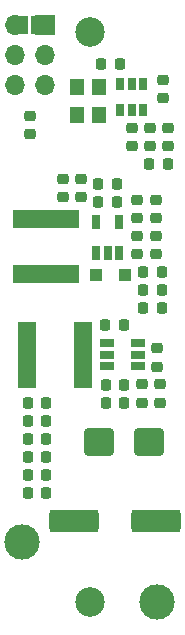
<source format=gbr>
%TF.GenerationSoftware,KiCad,Pcbnew,7.0.6*%
%TF.CreationDate,2023-11-17T09:16:20+01:00*%
%TF.ProjectId,dc_64d,64635f36-3464-42e6-9b69-6361645f7063,0.1*%
%TF.SameCoordinates,Original*%
%TF.FileFunction,Soldermask,Top*%
%TF.FilePolarity,Negative*%
%FSLAX46Y46*%
G04 Gerber Fmt 4.6, Leading zero omitted, Abs format (unit mm)*
G04 Created by KiCad (PCBNEW 7.0.6) date 2023-11-17 09:16:20*
%MOMM*%
%LPD*%
G01*
G04 APERTURE LIST*
G04 Aperture macros list*
%AMRoundRect*
0 Rectangle with rounded corners*
0 $1 Rounding radius*
0 $2 $3 $4 $5 $6 $7 $8 $9 X,Y pos of 4 corners*
0 Add a 4 corners polygon primitive as box body*
4,1,4,$2,$3,$4,$5,$6,$7,$8,$9,$2,$3,0*
0 Add four circle primitives for the rounded corners*
1,1,$1+$1,$2,$3*
1,1,$1+$1,$4,$5*
1,1,$1+$1,$6,$7*
1,1,$1+$1,$8,$9*
0 Add four rect primitives between the rounded corners*
20,1,$1+$1,$2,$3,$4,$5,0*
20,1,$1+$1,$4,$5,$6,$7,0*
20,1,$1+$1,$6,$7,$8,$9,0*
20,1,$1+$1,$8,$9,$2,$3,0*%
%AMFreePoly0*
4,1,19,0.500000,-0.750000,0.000000,-0.750000,0.000000,-0.744911,-0.071157,-0.744911,-0.207708,-0.704816,-0.327430,-0.627875,-0.420627,-0.520320,-0.479746,-0.390866,-0.500000,-0.250000,-0.500000,0.250000,-0.479746,0.390866,-0.420627,0.520320,-0.327430,0.627875,-0.207708,0.704816,-0.071157,0.744911,0.000000,0.744911,0.000000,0.750000,0.500000,0.750000,0.500000,-0.750000,0.500000,-0.750000,
$1*%
%AMFreePoly1*
4,1,19,0.000000,0.744911,0.071157,0.744911,0.207708,0.704816,0.327430,0.627875,0.420627,0.520320,0.479746,0.390866,0.500000,0.250000,0.500000,-0.250000,0.479746,-0.390866,0.420627,-0.520320,0.327430,-0.627875,0.207708,-0.704816,0.071157,-0.744911,0.000000,-0.744911,0.000000,-0.750000,-0.500000,-0.750000,-0.500000,0.750000,0.000000,0.750000,0.000000,0.744911,0.000000,0.744911,
$1*%
G04 Aperture macros list end*
%ADD10RoundRect,0.218750X-0.218750X-0.256250X0.218750X-0.256250X0.218750X0.256250X-0.218750X0.256250X0*%
%ADD11RoundRect,0.218750X0.256250X-0.218750X0.256250X0.218750X-0.256250X0.218750X-0.256250X-0.218750X0*%
%ADD12FreePoly0,180.000000*%
%ADD13FreePoly1,180.000000*%
%ADD14R,1.220000X0.650000*%
%ADD15RoundRect,0.218750X0.218750X0.256250X-0.218750X0.256250X-0.218750X-0.256250X0.218750X-0.256250X0*%
%ADD16RoundRect,0.250000X-1.825000X-0.700000X1.825000X-0.700000X1.825000X0.700000X-1.825000X0.700000X0*%
%ADD17RoundRect,0.218750X-0.256250X0.218750X-0.256250X-0.218750X0.256250X-0.218750X0.256250X0.218750X0*%
%ADD18R,1.600000X5.700000*%
%ADD19R,1.000000X1.000000*%
%ADD20R,5.700000X1.600000*%
%ADD21C,3.000000*%
%ADD22RoundRect,0.250000X-1.000000X-0.900000X1.000000X-0.900000X1.000000X0.900000X-1.000000X0.900000X0*%
%ADD23R,1.200000X1.400000*%
%ADD24R,0.650000X1.220000*%
%ADD25C,2.500000*%
%ADD26R,0.650000X1.060000*%
%ADD27R,1.700000X1.700000*%
%ADD28O,1.700000X1.700000*%
G04 APERTURE END LIST*
D10*
X106121000Y-65405000D03*
X107696000Y-65405000D03*
D11*
X110998000Y-41173500D03*
X110998000Y-39598500D03*
D12*
X100345000Y-34945000D03*
D13*
X99045000Y-34945000D03*
D10*
X99542500Y-66929000D03*
X101117500Y-66929000D03*
D14*
X106227000Y-61915000D03*
X106227000Y-62865000D03*
X106227000Y-63815000D03*
X108847000Y-63815000D03*
X108847000Y-62865000D03*
X108847000Y-61915000D03*
D11*
X109194500Y-66954500D03*
X109194500Y-65379500D03*
D10*
X109321500Y-57429500D03*
X110896500Y-57429500D03*
D15*
X107066500Y-49961800D03*
X105491500Y-49961800D03*
D10*
X99542500Y-69977000D03*
X101117500Y-69977000D03*
D16*
X103459000Y-76962000D03*
X110409000Y-76962000D03*
D17*
X108819000Y-49758500D03*
X108819000Y-51333500D03*
X108819000Y-52806500D03*
X108819000Y-54381500D03*
D18*
X104172000Y-62865000D03*
X99472000Y-62865000D03*
D11*
X102489000Y-49555500D03*
X102489000Y-47980500D03*
D17*
X108331000Y-43662500D03*
X108331000Y-45237500D03*
D10*
X109321500Y-55905500D03*
X110896500Y-55905500D03*
D19*
X107783000Y-56159400D03*
X105283000Y-56159400D03*
D17*
X110718500Y-65379500D03*
X110718500Y-66954500D03*
D20*
X101092000Y-51371000D03*
X101092000Y-56071000D03*
D21*
X99060000Y-78740000D03*
D17*
X110363000Y-52806500D03*
X110363000Y-54381500D03*
D10*
X106121000Y-66929000D03*
X107696000Y-66929000D03*
X109321500Y-58953500D03*
X110896500Y-58953500D03*
X99542500Y-73025000D03*
X101117500Y-73025000D03*
D22*
X105537000Y-70231000D03*
X109837000Y-70231000D03*
D23*
X105598000Y-42602000D03*
X105598000Y-40202000D03*
X103698000Y-40202000D03*
X103698000Y-42602000D03*
D10*
X106089000Y-60325000D03*
X107664000Y-60325000D03*
D11*
X110464500Y-63906500D03*
X110464500Y-62331500D03*
D10*
X99542500Y-68453000D03*
X101117500Y-68453000D03*
D15*
X107315000Y-38227000D03*
X105740000Y-38227000D03*
D11*
X99695000Y-44221500D03*
X99695000Y-42646500D03*
D10*
X99542500Y-71501000D03*
X101117500Y-71501000D03*
D24*
X105349000Y-54294500D03*
X106299000Y-54294500D03*
X107249000Y-54294500D03*
X107249000Y-51674500D03*
X105349000Y-51674500D03*
D17*
X110363000Y-49758500D03*
X110363000Y-51333500D03*
D11*
X104013000Y-49555500D03*
X104013000Y-47980500D03*
X111379000Y-45237500D03*
X111379000Y-43662500D03*
D21*
X110490000Y-83820000D03*
D25*
X104775000Y-83820000D03*
D26*
X109281000Y-39921000D03*
X108331000Y-39921000D03*
X107381000Y-39921000D03*
X107381000Y-42121000D03*
X108331000Y-42121000D03*
X109281000Y-42121000D03*
D17*
X109855000Y-43662500D03*
X109855000Y-45237500D03*
D10*
X99542500Y-74549000D03*
X101117500Y-74549000D03*
D25*
X104775000Y-35560000D03*
D15*
X111404500Y-46736000D03*
X109829500Y-46736000D03*
D10*
X105511500Y-48412500D03*
X107086500Y-48412500D03*
D27*
X100970000Y-34940000D03*
D28*
X98430000Y-34940000D03*
X100970000Y-37480000D03*
X98430000Y-37480000D03*
X100970000Y-40020000D03*
X98430000Y-40020000D03*
M02*

</source>
